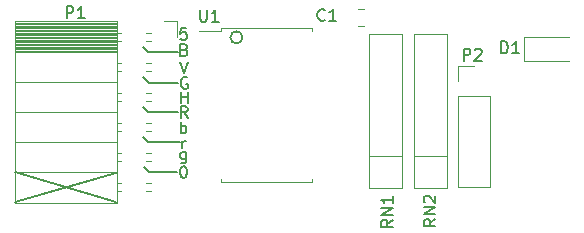
<source format=gto>
G04 #@! TF.GenerationSoftware,KiCad,Pcbnew,(5.1.4)-1*
G04 #@! TF.CreationDate,2020-04-10T17:05:04+01:00*
G04 #@! TF.ProjectId,buffer,62756666-6572-42e6-9b69-6361645f7063,rev?*
G04 #@! TF.SameCoordinates,Original*
G04 #@! TF.FileFunction,Legend,Top*
G04 #@! TF.FilePolarity,Positive*
%FSLAX46Y46*%
G04 Gerber Fmt 4.6, Leading zero omitted, Abs format (unit mm)*
G04 Created by KiCad (PCBNEW (5.1.4)-1) date 2020-04-10 17:05:04*
%MOMM*%
%LPD*%
G04 APERTURE LIST*
%ADD10C,0.150000*%
%ADD11C,0.120000*%
G04 APERTURE END LIST*
D10*
X47016782Y-34400960D02*
G75*
G03X47016782Y-34400960I-514782J0D01*
G01*
X27780800Y-48320960D02*
X36315200Y-45882560D01*
X27780800Y-45831760D02*
X36315200Y-48371760D01*
X39083800Y-45755560D02*
X41496800Y-45755560D01*
X38702800Y-45349160D02*
X39083800Y-45755560D01*
X39541000Y-43215560D02*
X41700000Y-43215560D01*
X39617200Y-38237160D02*
X41598400Y-38237160D01*
X39566400Y-40726360D02*
X41547600Y-40726360D01*
X39058400Y-35620960D02*
X41573000Y-35620960D01*
X38626600Y-35189160D02*
X39058400Y-35620960D01*
X39033000Y-43215560D02*
X38626600Y-42809160D01*
X39541000Y-43215560D02*
X39033000Y-43215560D01*
X39058400Y-40726360D02*
X38601200Y-40269160D01*
X39566400Y-40726360D02*
X39058400Y-40726360D01*
X39134600Y-38237160D02*
X38626600Y-37729160D01*
X39617200Y-38237160D02*
X39134600Y-38237160D01*
X41933371Y-43794940D02*
X41933371Y-43128274D01*
X41933371Y-43318750D02*
X41980990Y-43223512D01*
X42028609Y-43175893D01*
X42123847Y-43128274D01*
X42219085Y-43128274D01*
X42365123Y-41229540D02*
X42031790Y-40753350D01*
X41793695Y-41229540D02*
X41793695Y-40229540D01*
X42174647Y-40229540D01*
X42269885Y-40277160D01*
X42317504Y-40324779D01*
X42365123Y-40420017D01*
X42365123Y-40562874D01*
X42317504Y-40658112D01*
X42269885Y-40705731D01*
X42174647Y-40753350D01*
X41793695Y-40753350D01*
X42342904Y-37787960D02*
X42247666Y-37740340D01*
X42104809Y-37740340D01*
X41961952Y-37787960D01*
X41866714Y-37883198D01*
X41819095Y-37978436D01*
X41771476Y-38168912D01*
X41771476Y-38311769D01*
X41819095Y-38502245D01*
X41866714Y-38597483D01*
X41961952Y-38692721D01*
X42104809Y-38740340D01*
X42200047Y-38740340D01*
X42342904Y-38692721D01*
X42390523Y-38645102D01*
X42390523Y-38311769D01*
X42200047Y-38311769D01*
X41969880Y-45284140D02*
X42065119Y-45284140D01*
X42160357Y-45331760D01*
X42207976Y-45379379D01*
X42255595Y-45474617D01*
X42303214Y-45665093D01*
X42303214Y-45903188D01*
X42255595Y-46093664D01*
X42207976Y-46188902D01*
X42160357Y-46236521D01*
X42065119Y-46284140D01*
X41969880Y-46284140D01*
X41874642Y-46236521D01*
X41827023Y-46188902D01*
X41779404Y-46093664D01*
X41731785Y-45903188D01*
X41731785Y-45665093D01*
X41779404Y-45474617D01*
X41827023Y-45379379D01*
X41874642Y-45331760D01*
X41969880Y-45284140D01*
X42101628Y-35447931D02*
X42244485Y-35495550D01*
X42292104Y-35543169D01*
X42339723Y-35638407D01*
X42339723Y-35781264D01*
X42292104Y-35876502D01*
X42244485Y-35924121D01*
X42149247Y-35971740D01*
X41768295Y-35971740D01*
X41768295Y-34971740D01*
X42101628Y-34971740D01*
X42196866Y-35019360D01*
X42244485Y-35066979D01*
X42292104Y-35162217D01*
X42292104Y-35257455D01*
X42244485Y-35352693D01*
X42196866Y-35400312D01*
X42101628Y-35447931D01*
X41768295Y-35447931D01*
X42244485Y-44068074D02*
X42244485Y-44877598D01*
X42196866Y-44972836D01*
X42149247Y-45020455D01*
X42054009Y-45068074D01*
X41911152Y-45068074D01*
X41815914Y-45020455D01*
X42244485Y-44687121D02*
X42149247Y-44734740D01*
X41958771Y-44734740D01*
X41863533Y-44687121D01*
X41815914Y-44639502D01*
X41768295Y-44544264D01*
X41768295Y-44258550D01*
X41815914Y-44163312D01*
X41863533Y-44115693D01*
X41958771Y-44068074D01*
X42149247Y-44068074D01*
X42244485Y-44115693D01*
X41790514Y-42524940D02*
X41790514Y-41524940D01*
X41790514Y-41905893D02*
X41885752Y-41858274D01*
X42076228Y-41858274D01*
X42171466Y-41905893D01*
X42219085Y-41953512D01*
X42266704Y-42048750D01*
X42266704Y-42334464D01*
X42219085Y-42429702D01*
X42171466Y-42477321D01*
X42076228Y-42524940D01*
X41885752Y-42524940D01*
X41790514Y-42477321D01*
X41795285Y-39984940D02*
X41795285Y-38984940D01*
X41795285Y-39461131D02*
X42366714Y-39461131D01*
X42366714Y-39984940D02*
X42366714Y-38984940D01*
X41722266Y-36444940D02*
X42055600Y-37444940D01*
X42388933Y-36444940D01*
X42268295Y-33600140D02*
X41792104Y-33600140D01*
X41744485Y-34076331D01*
X41792104Y-34028712D01*
X41887342Y-33981093D01*
X42125438Y-33981093D01*
X42220676Y-34028712D01*
X42268295Y-34076331D01*
X42315914Y-34171569D01*
X42315914Y-34409664D01*
X42268295Y-34504902D01*
X42220676Y-34552521D01*
X42125438Y-34600140D01*
X41887342Y-34600140D01*
X41792104Y-34552521D01*
X41744485Y-34504902D01*
D11*
X57702000Y-47140960D02*
X60502000Y-47140960D01*
X60502000Y-47140960D02*
X60502000Y-34100960D01*
X60502000Y-34100960D02*
X57702000Y-34100960D01*
X57702000Y-34100960D02*
X57702000Y-47140960D01*
X57702000Y-44430960D02*
X60502000Y-44430960D01*
X65287400Y-36780160D02*
X66617400Y-36780160D01*
X65287400Y-38110160D02*
X65287400Y-36780160D01*
X65287400Y-39380160D02*
X67947400Y-39380160D01*
X67947400Y-39380160D02*
X67947400Y-47060160D01*
X65287400Y-39380160D02*
X65287400Y-47060160D01*
X65287400Y-47060160D02*
X67947400Y-47060160D01*
X27723800Y-33166360D02*
X36353800Y-33166360D01*
X27723800Y-33284455D02*
X36353800Y-33284455D01*
X27723800Y-33402550D02*
X36353800Y-33402550D01*
X27723800Y-33520645D02*
X36353800Y-33520645D01*
X27723800Y-33638740D02*
X36353800Y-33638740D01*
X27723800Y-33756835D02*
X36353800Y-33756835D01*
X27723800Y-33874930D02*
X36353800Y-33874930D01*
X27723800Y-33993025D02*
X36353800Y-33993025D01*
X27723800Y-34111120D02*
X36353800Y-34111120D01*
X27723800Y-34229215D02*
X36353800Y-34229215D01*
X27723800Y-34347310D02*
X36353800Y-34347310D01*
X27723800Y-34465405D02*
X36353800Y-34465405D01*
X27723800Y-34583500D02*
X36353800Y-34583500D01*
X27723800Y-34701595D02*
X36353800Y-34701595D01*
X27723800Y-34819690D02*
X36353800Y-34819690D01*
X27723800Y-34937785D02*
X36353800Y-34937785D01*
X27723800Y-35055880D02*
X36353800Y-35055880D01*
X27723800Y-35173975D02*
X36353800Y-35173975D01*
X27723800Y-35292070D02*
X36353800Y-35292070D01*
X27723800Y-35410165D02*
X36353800Y-35410165D01*
X27723800Y-35528260D02*
X36353800Y-35528260D01*
X36353800Y-34016360D02*
X36763800Y-34016360D01*
X38863800Y-34016360D02*
X39243800Y-34016360D01*
X36353800Y-34736360D02*
X36763800Y-34736360D01*
X38863800Y-34736360D02*
X39243800Y-34736360D01*
X36353800Y-36556360D02*
X36763800Y-36556360D01*
X38863800Y-36556360D02*
X39303800Y-36556360D01*
X36353800Y-37276360D02*
X36763800Y-37276360D01*
X38863800Y-37276360D02*
X39303800Y-37276360D01*
X36353800Y-39096360D02*
X36763800Y-39096360D01*
X38863800Y-39096360D02*
X39303800Y-39096360D01*
X36353800Y-39816360D02*
X36763800Y-39816360D01*
X38863800Y-39816360D02*
X39303800Y-39816360D01*
X36353800Y-41636360D02*
X36763800Y-41636360D01*
X38863800Y-41636360D02*
X39303800Y-41636360D01*
X36353800Y-42356360D02*
X36763800Y-42356360D01*
X38863800Y-42356360D02*
X39303800Y-42356360D01*
X36353800Y-44176360D02*
X36763800Y-44176360D01*
X38863800Y-44176360D02*
X39303800Y-44176360D01*
X36353800Y-44896360D02*
X36763800Y-44896360D01*
X38863800Y-44896360D02*
X39303800Y-44896360D01*
X36353800Y-46716360D02*
X36763800Y-46716360D01*
X38863800Y-46716360D02*
X39303800Y-46716360D01*
X36353800Y-47436360D02*
X36763800Y-47436360D01*
X38863800Y-47436360D02*
X39303800Y-47436360D01*
X27723800Y-35646360D02*
X36353800Y-35646360D01*
X27723800Y-38186360D02*
X36353800Y-38186360D01*
X27723800Y-40726360D02*
X36353800Y-40726360D01*
X27723800Y-43266360D02*
X36353800Y-43266360D01*
X27723800Y-45806360D02*
X36353800Y-45806360D01*
X27723800Y-33046360D02*
X36353800Y-33046360D01*
X36353800Y-33046360D02*
X36353800Y-48406360D01*
X27723800Y-48406360D02*
X36353800Y-48406360D01*
X27723800Y-33046360D02*
X27723800Y-48406360D01*
X41463800Y-33046360D02*
X41463800Y-34376360D01*
X40353800Y-33046360D02*
X41463800Y-33046360D01*
X49052000Y-46610960D02*
X52912000Y-46610960D01*
X52912000Y-46610960D02*
X52912000Y-46375960D01*
X49052000Y-46610960D02*
X45192000Y-46610960D01*
X45192000Y-46610960D02*
X45192000Y-46375960D01*
X49052000Y-33590960D02*
X52912000Y-33590960D01*
X52912000Y-33590960D02*
X52912000Y-33825960D01*
X49052000Y-33590960D02*
X45192000Y-33590960D01*
X45192000Y-33590960D02*
X45192000Y-33825960D01*
X45192000Y-33825960D02*
X43377000Y-33825960D01*
X61502000Y-44430960D02*
X64302000Y-44430960D01*
X61502000Y-34100960D02*
X61502000Y-47140960D01*
X64302000Y-34100960D02*
X61502000Y-34100960D01*
X64302000Y-47140960D02*
X64302000Y-34100960D01*
X61502000Y-47140960D02*
X64302000Y-47140960D01*
X57313252Y-33410960D02*
X56790748Y-33410960D01*
X57313252Y-31990960D02*
X56790748Y-31990960D01*
X70822000Y-34360960D02*
X70822000Y-36360960D01*
X70822000Y-36360960D02*
X74672000Y-36360960D01*
X70822000Y-34360960D02*
X74672000Y-34360960D01*
D10*
X59754380Y-49841436D02*
X59278190Y-50174769D01*
X59754380Y-50412864D02*
X58754380Y-50412864D01*
X58754380Y-50031912D01*
X58802000Y-49936674D01*
X58849619Y-49889055D01*
X58944857Y-49841436D01*
X59087714Y-49841436D01*
X59182952Y-49889055D01*
X59230571Y-49936674D01*
X59278190Y-50031912D01*
X59278190Y-50412864D01*
X59754380Y-49412864D02*
X58754380Y-49412864D01*
X59754380Y-48841436D01*
X58754380Y-48841436D01*
X59754380Y-47841436D02*
X59754380Y-48412864D01*
X59754380Y-48127150D02*
X58754380Y-48127150D01*
X58897238Y-48222388D01*
X58992476Y-48317626D01*
X59040095Y-48412864D01*
X65734524Y-36365440D02*
X65734524Y-35365440D01*
X66115477Y-35365440D01*
X66210715Y-35413060D01*
X66258334Y-35460679D01*
X66305953Y-35555917D01*
X66305953Y-35698774D01*
X66258334Y-35794012D01*
X66210715Y-35841631D01*
X66115477Y-35889250D01*
X65734524Y-35889250D01*
X66686905Y-35460679D02*
X66734524Y-35413060D01*
X66829762Y-35365440D01*
X67067858Y-35365440D01*
X67163096Y-35413060D01*
X67210715Y-35460679D01*
X67258334Y-35555917D01*
X67258334Y-35651155D01*
X67210715Y-35794012D01*
X66639286Y-36365440D01*
X67258334Y-36365440D01*
X32122704Y-32771340D02*
X32122704Y-31771340D01*
X32503657Y-31771340D01*
X32598895Y-31818960D01*
X32646514Y-31866579D01*
X32694133Y-31961817D01*
X32694133Y-32104674D01*
X32646514Y-32199912D01*
X32598895Y-32247531D01*
X32503657Y-32295150D01*
X32122704Y-32295150D01*
X33646514Y-32771340D02*
X33075085Y-32771340D01*
X33360800Y-32771340D02*
X33360800Y-31771340D01*
X33265561Y-31914198D01*
X33170323Y-32009436D01*
X33075085Y-32057055D01*
X43440095Y-32053340D02*
X43440095Y-32862864D01*
X43487714Y-32958102D01*
X43535333Y-33005721D01*
X43630571Y-33053340D01*
X43821047Y-33053340D01*
X43916285Y-33005721D01*
X43963904Y-32958102D01*
X44011523Y-32862864D01*
X44011523Y-32053340D01*
X45011523Y-33053340D02*
X44440095Y-33053340D01*
X44725809Y-33053340D02*
X44725809Y-32053340D01*
X44630571Y-32196198D01*
X44535333Y-32291436D01*
X44440095Y-32339055D01*
X63354380Y-49791436D02*
X62878190Y-50124769D01*
X63354380Y-50362864D02*
X62354380Y-50362864D01*
X62354380Y-49981912D01*
X62402000Y-49886674D01*
X62449619Y-49839055D01*
X62544857Y-49791436D01*
X62687714Y-49791436D01*
X62782952Y-49839055D01*
X62830571Y-49886674D01*
X62878190Y-49981912D01*
X62878190Y-50362864D01*
X63354380Y-49362864D02*
X62354380Y-49362864D01*
X63354380Y-48791436D01*
X62354380Y-48791436D01*
X62449619Y-48362864D02*
X62402000Y-48315245D01*
X62354380Y-48220007D01*
X62354380Y-47981912D01*
X62402000Y-47886674D01*
X62449619Y-47839055D01*
X62544857Y-47791436D01*
X62640095Y-47791436D01*
X62782952Y-47839055D01*
X63354380Y-48410483D01*
X63354380Y-47791436D01*
X53985333Y-32908102D02*
X53937714Y-32955721D01*
X53794857Y-33003340D01*
X53699619Y-33003340D01*
X53556761Y-32955721D01*
X53461523Y-32860483D01*
X53413904Y-32765245D01*
X53366285Y-32574769D01*
X53366285Y-32431912D01*
X53413904Y-32241436D01*
X53461523Y-32146198D01*
X53556761Y-32050960D01*
X53699619Y-32003340D01*
X53794857Y-32003340D01*
X53937714Y-32050960D01*
X53985333Y-32098579D01*
X54937714Y-33003340D02*
X54366285Y-33003340D01*
X54652000Y-33003340D02*
X54652000Y-32003340D01*
X54556761Y-32146198D01*
X54461523Y-32241436D01*
X54366285Y-32289055D01*
X68923904Y-35743340D02*
X68923904Y-34743340D01*
X69162000Y-34743340D01*
X69304857Y-34790960D01*
X69400095Y-34886198D01*
X69447714Y-34981436D01*
X69495333Y-35171912D01*
X69495333Y-35314769D01*
X69447714Y-35505245D01*
X69400095Y-35600483D01*
X69304857Y-35695721D01*
X69162000Y-35743340D01*
X68923904Y-35743340D01*
X70447714Y-35743340D02*
X69876285Y-35743340D01*
X70162000Y-35743340D02*
X70162000Y-34743340D01*
X70066761Y-34886198D01*
X69971523Y-34981436D01*
X69876285Y-35029055D01*
M02*

</source>
